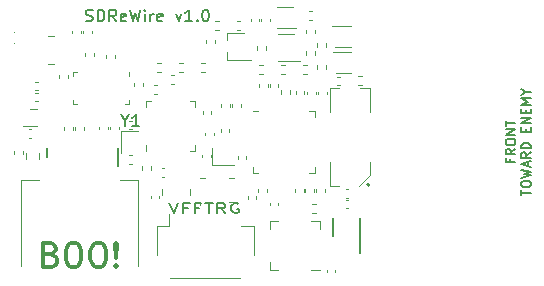
<source format=gbr>
G04 #@! TF.GenerationSoftware,KiCad,Pcbnew,5.99.0-unknown-r23941-4f651901*
G04 #@! TF.CreationDate,2020-11-30T00:39:06+01:00*
G04 #@! TF.ProjectId,sdrewire,73647265-7769-4726-952e-6b696361645f,rev?*
G04 #@! TF.SameCoordinates,PX70d1d60PY66b5f20*
G04 #@! TF.FileFunction,Legend,Top*
G04 #@! TF.FilePolarity,Positive*
%FSLAX46Y46*%
G04 Gerber Fmt 4.6, Leading zero omitted, Abs format (unit mm)*
G04 Created by KiCad (PCBNEW 5.99.0-unknown-r23941-4f651901) date 2020-11-30 00:39:06*
%MOMM*%
%LPD*%
G01*
G04 APERTURE LIST*
%ADD10C,0.300000*%
%ADD11C,0.150000*%
%ADD12C,0.120000*%
%ADD13C,0.100000*%
%ADD14C,0.200000*%
G04 APERTURE END LIST*
D10*
X3551428Y2472858D02*
X3837142Y2377620D01*
X3932380Y2282381D01*
X4027619Y2091905D01*
X4027619Y1806191D01*
X3932380Y1615715D01*
X3837142Y1520477D01*
X3646666Y1425239D01*
X2884761Y1425239D01*
X2884761Y3425239D01*
X3551428Y3425239D01*
X3741904Y3330000D01*
X3837142Y3234762D01*
X3932380Y3044286D01*
X3932380Y2853810D01*
X3837142Y2663334D01*
X3741904Y2568096D01*
X3551428Y2472858D01*
X2884761Y2472858D01*
X5265714Y3425239D02*
X5646666Y3425239D01*
X5837142Y3330000D01*
X6027619Y3139524D01*
X6122857Y2758572D01*
X6122857Y2091905D01*
X6027619Y1710953D01*
X5837142Y1520477D01*
X5646666Y1425239D01*
X5265714Y1425239D01*
X5075238Y1520477D01*
X4884761Y1710953D01*
X4789523Y2091905D01*
X4789523Y2758572D01*
X4884761Y3139524D01*
X5075238Y3330000D01*
X5265714Y3425239D01*
X7360952Y3425239D02*
X7741904Y3425239D01*
X7932380Y3330000D01*
X8122857Y3139524D01*
X8218095Y2758572D01*
X8218095Y2091905D01*
X8122857Y1710953D01*
X7932380Y1520477D01*
X7741904Y1425239D01*
X7360952Y1425239D01*
X7170476Y1520477D01*
X6980000Y1710953D01*
X6884761Y2091905D01*
X6884761Y2758572D01*
X6980000Y3139524D01*
X7170476Y3330000D01*
X7360952Y3425239D01*
X9075238Y1615715D02*
X9170476Y1520477D01*
X9075238Y1425239D01*
X8980000Y1520477D01*
X9075238Y1615715D01*
X9075238Y1425239D01*
X9075238Y2187143D02*
X8980000Y3330000D01*
X9075238Y3425239D01*
X9170476Y3330000D01*
X9075238Y2187143D01*
X9075238Y3425239D01*
D11*
X6495714Y22245239D02*
X6638571Y22197620D01*
X6876666Y22197620D01*
X6971904Y22245239D01*
X7019523Y22292858D01*
X7067142Y22388096D01*
X7067142Y22483334D01*
X7019523Y22578572D01*
X6971904Y22626191D01*
X6876666Y22673810D01*
X6686190Y22721429D01*
X6590952Y22769048D01*
X6543333Y22816667D01*
X6495714Y22911905D01*
X6495714Y23007143D01*
X6543333Y23102381D01*
X6590952Y23150000D01*
X6686190Y23197620D01*
X6924285Y23197620D01*
X7067142Y23150000D01*
X7495714Y22197620D02*
X7495714Y23197620D01*
X7733809Y23197620D01*
X7876666Y23150000D01*
X7971904Y23054762D01*
X8019523Y22959524D01*
X8067142Y22769048D01*
X8067142Y22626191D01*
X8019523Y22435715D01*
X7971904Y22340477D01*
X7876666Y22245239D01*
X7733809Y22197620D01*
X7495714Y22197620D01*
X9067142Y22197620D02*
X8733809Y22673810D01*
X8495714Y22197620D02*
X8495714Y23197620D01*
X8876666Y23197620D01*
X8971904Y23150000D01*
X9019523Y23102381D01*
X9067142Y23007143D01*
X9067142Y22864286D01*
X9019523Y22769048D01*
X8971904Y22721429D01*
X8876666Y22673810D01*
X8495714Y22673810D01*
X9876666Y22245239D02*
X9781428Y22197620D01*
X9590952Y22197620D01*
X9495714Y22245239D01*
X9448095Y22340477D01*
X9448095Y22721429D01*
X9495714Y22816667D01*
X9590952Y22864286D01*
X9781428Y22864286D01*
X9876666Y22816667D01*
X9924285Y22721429D01*
X9924285Y22626191D01*
X9448095Y22530953D01*
X10257619Y23197620D02*
X10495714Y22197620D01*
X10686190Y22911905D01*
X10876666Y22197620D01*
X11114761Y23197620D01*
X11495714Y22197620D02*
X11495714Y22864286D01*
X11495714Y23197620D02*
X11448095Y23150000D01*
X11495714Y23102381D01*
X11543333Y23150000D01*
X11495714Y23197620D01*
X11495714Y23102381D01*
X11971904Y22197620D02*
X11971904Y22864286D01*
X11971904Y22673810D02*
X12019523Y22769048D01*
X12067142Y22816667D01*
X12162380Y22864286D01*
X12257619Y22864286D01*
X12971904Y22245239D02*
X12876666Y22197620D01*
X12686190Y22197620D01*
X12590952Y22245239D01*
X12543333Y22340477D01*
X12543333Y22721429D01*
X12590952Y22816667D01*
X12686190Y22864286D01*
X12876666Y22864286D01*
X12971904Y22816667D01*
X13019523Y22721429D01*
X13019523Y22626191D01*
X12543333Y22530953D01*
X14114761Y22864286D02*
X14352857Y22197620D01*
X14590952Y22864286D01*
X15495714Y22197620D02*
X14924285Y22197620D01*
X15210000Y22197620D02*
X15210000Y23197620D01*
X15114761Y23054762D01*
X15019523Y22959524D01*
X14924285Y22911905D01*
X15924285Y22292858D02*
X15971904Y22245239D01*
X15924285Y22197620D01*
X15876666Y22245239D01*
X15924285Y22292858D01*
X15924285Y22197620D01*
X16590952Y23197620D02*
X16686190Y23197620D01*
X16781428Y23150000D01*
X16829047Y23102381D01*
X16876666Y23007143D01*
X16924285Y22816667D01*
X16924285Y22578572D01*
X16876666Y22388096D01*
X16829047Y22292858D01*
X16781428Y22245239D01*
X16686190Y22197620D01*
X16590952Y22197620D01*
X16495714Y22245239D01*
X16448095Y22292858D01*
X16400476Y22388096D01*
X16352857Y22578572D01*
X16352857Y22816667D01*
X16400476Y23007143D01*
X16448095Y23102381D01*
X16495714Y23150000D01*
X16590952Y23197620D01*
X13548571Y6808096D02*
X13940238Y6008096D01*
X14331904Y6808096D01*
X15115238Y6427143D02*
X14723571Y6427143D01*
X14723571Y6008096D02*
X14723571Y6808096D01*
X15283095Y6808096D01*
X16122380Y6427143D02*
X15730714Y6427143D01*
X15730714Y6008096D02*
X15730714Y6808096D01*
X16290238Y6808096D01*
X16570000Y6808096D02*
X17241428Y6808096D01*
X16905714Y6008096D02*
X16905714Y6808096D01*
X18304523Y6008096D02*
X17912857Y6389048D01*
X17633095Y6008096D02*
X17633095Y6808096D01*
X18080714Y6808096D01*
X18192619Y6770000D01*
X18248571Y6731905D01*
X18304523Y6655715D01*
X18304523Y6541429D01*
X18248571Y6465239D01*
X18192619Y6427143D01*
X18080714Y6389048D01*
X17633095Y6389048D01*
X19423571Y6770000D02*
X19311666Y6808096D01*
X19143809Y6808096D01*
X18975952Y6770000D01*
X18864047Y6693810D01*
X18808095Y6617620D01*
X18752142Y6465239D01*
X18752142Y6350953D01*
X18808095Y6198572D01*
X18864047Y6122381D01*
X18975952Y6046191D01*
X19143809Y6008096D01*
X19255714Y6008096D01*
X19423571Y6046191D01*
X19479523Y6084286D01*
X19479523Y6350953D01*
X19255714Y6350953D01*
X42448857Y10551429D02*
X42448857Y10284762D01*
X42867904Y10284762D02*
X42067904Y10284762D01*
X42067904Y10665715D01*
X42867904Y11427620D02*
X42486952Y11160953D01*
X42867904Y10970477D02*
X42067904Y10970477D01*
X42067904Y11275239D01*
X42106000Y11351429D01*
X42144095Y11389524D01*
X42220285Y11427620D01*
X42334571Y11427620D01*
X42410761Y11389524D01*
X42448857Y11351429D01*
X42486952Y11275239D01*
X42486952Y10970477D01*
X42067904Y11922858D02*
X42067904Y12075239D01*
X42106000Y12151429D01*
X42182190Y12227620D01*
X42334571Y12265715D01*
X42601238Y12265715D01*
X42753619Y12227620D01*
X42829809Y12151429D01*
X42867904Y12075239D01*
X42867904Y11922858D01*
X42829809Y11846667D01*
X42753619Y11770477D01*
X42601238Y11732381D01*
X42334571Y11732381D01*
X42182190Y11770477D01*
X42106000Y11846667D01*
X42067904Y11922858D01*
X42867904Y12608572D02*
X42067904Y12608572D01*
X42867904Y13065715D01*
X42067904Y13065715D01*
X42067904Y13332381D02*
X42067904Y13789524D01*
X42867904Y13560953D02*
X42067904Y13560953D01*
X43355904Y7484762D02*
X43355904Y7941905D01*
X44155904Y7713334D02*
X43355904Y7713334D01*
X43355904Y8360953D02*
X43355904Y8513334D01*
X43394000Y8589524D01*
X43470190Y8665715D01*
X43622571Y8703810D01*
X43889238Y8703810D01*
X44041619Y8665715D01*
X44117809Y8589524D01*
X44155904Y8513334D01*
X44155904Y8360953D01*
X44117809Y8284762D01*
X44041619Y8208572D01*
X43889238Y8170477D01*
X43622571Y8170477D01*
X43470190Y8208572D01*
X43394000Y8284762D01*
X43355904Y8360953D01*
X43355904Y8970477D02*
X44155904Y9160953D01*
X43584476Y9313334D01*
X44155904Y9465715D01*
X43355904Y9656191D01*
X43927333Y9922858D02*
X43927333Y10303810D01*
X44155904Y9846667D02*
X43355904Y10113334D01*
X44155904Y10380000D01*
X44155904Y11103810D02*
X43774952Y10837143D01*
X44155904Y10646667D02*
X43355904Y10646667D01*
X43355904Y10951429D01*
X43394000Y11027620D01*
X43432095Y11065715D01*
X43508285Y11103810D01*
X43622571Y11103810D01*
X43698761Y11065715D01*
X43736857Y11027620D01*
X43774952Y10951429D01*
X43774952Y10646667D01*
X44155904Y11446667D02*
X43355904Y11446667D01*
X43355904Y11637143D01*
X43394000Y11751429D01*
X43470190Y11827620D01*
X43546380Y11865715D01*
X43698761Y11903810D01*
X43813047Y11903810D01*
X43965428Y11865715D01*
X44041619Y11827620D01*
X44117809Y11751429D01*
X44155904Y11637143D01*
X44155904Y11446667D01*
X43736857Y12856191D02*
X43736857Y13122858D01*
X44155904Y13237143D02*
X44155904Y12856191D01*
X43355904Y12856191D01*
X43355904Y13237143D01*
X44155904Y13580000D02*
X43355904Y13580000D01*
X44155904Y14037143D01*
X43355904Y14037143D01*
X43736857Y14418096D02*
X43736857Y14684762D01*
X44155904Y14799048D02*
X44155904Y14418096D01*
X43355904Y14418096D01*
X43355904Y14799048D01*
X44155904Y15141905D02*
X43355904Y15141905D01*
X43927333Y15408572D01*
X43355904Y15675239D01*
X44155904Y15675239D01*
X43774952Y16208572D02*
X44155904Y16208572D01*
X43355904Y15941905D02*
X43774952Y16208572D01*
X43355904Y16475239D01*
G04 #@! TO.C,Y1*
X9818809Y13808810D02*
X9818809Y13332620D01*
X9485476Y14332620D02*
X9818809Y13808810D01*
X10152142Y14332620D01*
X11009285Y13332620D02*
X10437857Y13332620D01*
X10723571Y13332620D02*
X10723571Y14332620D01*
X10628333Y14189762D01*
X10533095Y14094524D01*
X10437857Y14046905D01*
D12*
G04 #@! TO.C,R11*
X17446359Y21480000D02*
X17753641Y21480000D01*
X17446359Y22240000D02*
X17753641Y22240000D01*
G04 #@! TO.C,C40*
X22090000Y22202164D02*
X22090000Y22417836D01*
X21370000Y22202164D02*
X21370000Y22417836D01*
G04 #@! TO.C,J2*
X12490000Y2405000D02*
X12490000Y4905000D01*
X20710000Y4905000D02*
X19660000Y4905000D01*
X20710000Y2405000D02*
X20710000Y4905000D01*
X13540000Y4905000D02*
X13540000Y5895000D01*
X13660000Y435000D02*
X19540000Y435000D01*
X12490000Y4905000D02*
X13540000Y4905000D01*
G04 #@! TO.C,U4*
X11560000Y11695000D02*
X11560000Y11220000D01*
X15780000Y14965000D02*
X15780000Y15440000D01*
X15780000Y11695000D02*
X15780000Y11220000D01*
X11560000Y15440000D02*
X12035000Y15440000D01*
X15780000Y11220000D02*
X15305000Y11220000D01*
X11560000Y14965000D02*
X11560000Y15440000D01*
X15780000Y15440000D02*
X15305000Y15440000D01*
G04 #@! TO.C,C51*
X22810000Y16867836D02*
X22810000Y16652164D01*
X22090000Y16867836D02*
X22090000Y16652164D01*
G04 #@! TO.C,C6*
X8370000Y13072164D02*
X8370000Y13287836D01*
X7650000Y13072164D02*
X7650000Y13287836D01*
G04 #@! TO.C,C38*
X20210000Y7417836D02*
X20210000Y7202164D01*
X20930000Y7417836D02*
X20930000Y7202164D01*
G04 #@! TO.C,U2*
X10130000Y17540000D02*
X10130000Y17890000D01*
X5430000Y17540000D02*
X5430000Y17890000D01*
X10130000Y15540000D02*
X10130000Y15190000D01*
X10130000Y15190000D02*
X9780000Y15190000D01*
X5780000Y15190000D02*
X5430000Y15190000D01*
X5430000Y15190000D02*
X5430000Y15540000D01*
X5430000Y17890000D02*
X5780000Y17890000D01*
G04 #@! TO.C,C42*
X19547836Y22210000D02*
X19332164Y22210000D01*
X19547836Y21490000D02*
X19332164Y21490000D01*
G04 #@! TO.C,R10*
X29546359Y17550000D02*
X29853641Y17550000D01*
X29546359Y16790000D02*
X29853641Y16790000D01*
G04 #@! TO.C,Q2*
X18460000Y18930000D02*
X20490000Y18930000D01*
X18460000Y20590000D02*
X18460000Y21250000D01*
X19870000Y21250000D02*
X18460000Y21250000D01*
X18460000Y18930000D02*
X18460000Y19590000D01*
G04 #@! TO.C,C8*
X6310455Y13041818D02*
X6310455Y13257490D01*
X5590455Y13041818D02*
X5590455Y13257490D01*
G04 #@! TO.C,C10*
X2212164Y16380000D02*
X2427836Y16380000D01*
X2212164Y17100000D02*
X2427836Y17100000D01*
G04 #@! TO.C,R1*
X12853641Y18640000D02*
X12546359Y18640000D01*
X12853641Y17880000D02*
X12546359Y17880000D01*
G04 #@! TO.C,R6*
X8180000Y19373641D02*
X8180000Y19066359D01*
X8940000Y19373641D02*
X8940000Y19066359D01*
G04 #@! TO.C,Y2*
X17220000Y10000000D02*
X19070000Y10000000D01*
X17220000Y11450000D02*
X17220000Y10000000D01*
G04 #@! TO.C,R24*
X24906359Y18500000D02*
X25213641Y18500000D01*
X24906359Y17740000D02*
X25213641Y17740000D01*
G04 #@! TO.C,Q1*
X27400000Y19630000D02*
X28950000Y19630000D01*
X28950000Y17830000D02*
X27650000Y17830000D01*
G04 #@! TO.C,R9*
X25376359Y23120000D02*
X25683641Y23120000D01*
X25376359Y22360000D02*
X25683641Y22360000D01*
G04 #@! TO.C,C37*
X22060000Y6857836D02*
X22060000Y6642164D01*
X22780000Y6857836D02*
X22780000Y6642164D01*
G04 #@! TO.C,C44*
X25150000Y21252164D02*
X25150000Y21467836D01*
X25870000Y21252164D02*
X25870000Y21467836D01*
G04 #@! TO.C,R3*
X12030000Y9656359D02*
X12030000Y9963641D01*
X11270000Y9656359D02*
X11270000Y9963641D01*
G04 #@! TO.C,C9*
X9290000Y13072164D02*
X9290000Y13287836D01*
X8570000Y13072164D02*
X8570000Y13287836D01*
D13*
G04 #@! TO.C,D1*
X485000Y21270000D02*
G75*
G03*
X485000Y21270000I-50000J0D01*
G01*
D12*
G04 #@! TO.C,C50*
X21170000Y16867836D02*
X21170000Y16652164D01*
X21890000Y16867836D02*
X21890000Y16652164D01*
G04 #@! TO.C,C7*
X2212164Y16180000D02*
X2427836Y16180000D01*
X2212164Y15460000D02*
X2427836Y15460000D01*
G04 #@! TO.C,C57*
X28492164Y6370000D02*
X28707836Y6370000D01*
X28492164Y7090000D02*
X28707836Y7090000D01*
G04 #@! TO.C,C55*
X24990000Y16092164D02*
X24990000Y16307836D01*
X24270000Y16092164D02*
X24270000Y16307836D01*
G04 #@! TO.C,RN1*
X3775000Y18600000D02*
X3275000Y18600000D01*
X3775000Y20960000D02*
X3275000Y20960000D01*
G04 #@! TO.C,C46*
X28007836Y17520000D02*
X27792164Y17520000D01*
X28007836Y16800000D02*
X27792164Y16800000D01*
G04 #@! TO.C,U1*
X1780000Y14790000D02*
X2380000Y14790000D01*
X1180000Y13370000D02*
X2380000Y13370000D01*
G04 #@! TO.C,R8*
X12246359Y16050000D02*
X12553641Y16050000D01*
X12246359Y16810000D02*
X12553641Y16810000D01*
G04 #@! TO.C,R29*
X21750000Y20123641D02*
X21750000Y19816359D01*
X20990000Y20123641D02*
X20990000Y19816359D01*
G04 #@! TO.C,Q3*
X28930000Y20020000D02*
X27630000Y20020000D01*
X27380000Y21820000D02*
X28930000Y21820000D01*
G04 #@! TO.C,R2*
X13983641Y17690000D02*
X13676359Y17690000D01*
X13983641Y16930000D02*
X13676359Y16930000D01*
G04 #@! TO.C,R31*
X21870000Y7736359D02*
X21870000Y8043641D01*
X21110000Y7736359D02*
X21110000Y8043641D01*
G04 #@! TO.C,R37*
X23046359Y18520000D02*
X23353641Y18520000D01*
X23046359Y17760000D02*
X23353641Y17760000D01*
G04 #@! TO.C,C49*
X25950000Y16257836D02*
X25950000Y16042164D01*
X25230000Y16257836D02*
X25230000Y16042164D01*
D13*
G04 #@! TO.C,D2*
X480000Y20320000D02*
G75*
G03*
X480000Y20320000I-50000J0D01*
G01*
D12*
G04 #@! TO.C,C45*
X17400000Y20372164D02*
X17400000Y20587836D01*
X16680000Y20372164D02*
X16680000Y20587836D01*
G04 #@! TO.C,C19*
X20080000Y10592164D02*
X20080000Y10807836D01*
X19360000Y10592164D02*
X19360000Y10807836D01*
G04 #@! TO.C,C3*
X1672164Y13080000D02*
X1887836Y13080000D01*
X1672164Y12360000D02*
X1887836Y12360000D01*
G04 #@! TO.C,C2*
X1150000Y11012164D02*
X1150000Y11227836D01*
X430000Y11012164D02*
X430000Y11227836D01*
G04 #@! TO.C,R28*
X25900000Y19366359D02*
X25900000Y19673641D01*
X25140000Y19366359D02*
X25140000Y19673641D01*
G04 #@! TO.C,U14*
X25860000Y9395000D02*
X25860000Y9870000D01*
X21115000Y14615000D02*
X20640000Y14615000D01*
X25860000Y14615000D02*
X25860000Y14140000D01*
X21115000Y9395000D02*
X20640000Y9395000D01*
X25385000Y14615000D02*
X25860000Y14615000D01*
X25385000Y9395000D02*
X25860000Y9395000D01*
X20640000Y9395000D02*
X20640000Y9870000D01*
G04 #@! TO.C,C11*
X18880000Y15177836D02*
X18880000Y14962164D01*
X19600000Y15177836D02*
X19600000Y14962164D01*
G04 #@! TO.C,U12*
X27955000Y16575000D02*
X27180000Y16575000D01*
X27180000Y8235000D02*
X27180000Y10260000D01*
X29600000Y8235000D02*
X30520000Y9155000D01*
X29745000Y16575000D02*
X30520000Y16575000D01*
X27955000Y8235000D02*
X27180000Y8235000D01*
X27180000Y8235000D02*
X27180000Y10260000D01*
X27955000Y8235000D02*
X27180000Y8235000D01*
X27180000Y8235000D02*
X27180000Y10260000D01*
X30520000Y9155000D02*
X30520000Y10260000D01*
X27180000Y16575000D02*
X27180000Y14550000D01*
X27955000Y8235000D02*
X27180000Y8235000D01*
X30520000Y16575000D02*
X30520000Y14550000D01*
D14*
X30500000Y8355000D02*
G75*
G03*
X30500000Y8355000I-100000J0D01*
G01*
D12*
G04 #@! TO.C,C21*
X7150000Y19507836D02*
X7150000Y19292164D01*
X6430000Y19507836D02*
X6430000Y19292164D01*
G04 #@! TO.C,U7*
X22795000Y5330000D02*
X22070000Y5330000D01*
X22070000Y5330000D02*
X22070000Y4605000D01*
X22795000Y1110000D02*
X22070000Y1110000D01*
X25565000Y1110000D02*
X26290000Y1110000D01*
X22070000Y1110000D02*
X22070000Y1835000D01*
X26290000Y5330000D02*
X26290000Y4605000D01*
X25565000Y5330000D02*
X26290000Y5330000D01*
D11*
G04 #@! TO.C,U3*
X9230000Y11440000D02*
X9230000Y9940000D01*
X3230000Y11440000D02*
X3230000Y10690000D01*
D12*
G04 #@! TO.C,C62*
X11990000Y7222164D02*
X11990000Y7437836D01*
X12710000Y7222164D02*
X12710000Y7437836D01*
G04 #@! TO.C,U5*
X19050000Y6880000D02*
X18600000Y6880000D01*
X16150000Y8980000D02*
X16600000Y8980000D01*
X16150000Y8930000D02*
X16150000Y8980000D01*
X16150000Y6930000D02*
X16150000Y6680000D01*
X19050000Y8980000D02*
X18600000Y8980000D01*
X19050000Y8930000D02*
X19050000Y8980000D01*
X19050000Y6930000D02*
X19050000Y6880000D01*
G04 #@! TO.C,C53*
X26735000Y7772164D02*
X26735000Y7987836D01*
X26015000Y7772164D02*
X26015000Y7987836D01*
G04 #@! TO.C,C52*
X17910000Y13057836D02*
X17910000Y12842164D01*
X18630000Y13057836D02*
X18630000Y12842164D01*
G04 #@! TO.C,C16*
X16380000Y14597836D02*
X16380000Y14382164D01*
X17100000Y14597836D02*
X17100000Y14382164D01*
G04 #@! TO.C,C13*
X18675000Y15177836D02*
X18675000Y14962164D01*
X17955000Y15177836D02*
X17955000Y14962164D01*
G04 #@! TO.C,R4*
X16573641Y17920000D02*
X16266359Y17920000D01*
X16573641Y18680000D02*
X16266359Y18680000D01*
G04 #@! TO.C,FB2*
X2512500Y10542742D02*
X2512500Y11017258D01*
X1467500Y10542742D02*
X1467500Y11017258D01*
G04 #@! TO.C,C4*
X10172164Y13050000D02*
X10387836Y13050000D01*
X10172164Y13770000D02*
X10387836Y13770000D01*
G04 #@! TO.C,C20*
X16340000Y10897836D02*
X16340000Y10682164D01*
X17060000Y10897836D02*
X17060000Y10682164D01*
G04 #@! TO.C,R30*
X21176359Y18520000D02*
X21483641Y18520000D01*
X21176359Y17760000D02*
X21483641Y17760000D01*
D13*
G04 #@! TO.C,D3*
X480000Y18430000D02*
G75*
G03*
X480000Y18430000I-50000J0D01*
G01*
D12*
G04 #@! TO.C,Y1*
X9470000Y12910000D02*
X9470000Y11060000D01*
X10920000Y12910000D02*
X9470000Y12910000D01*
G04 #@! TO.C,C18*
X12922164Y9050000D02*
X13137836Y9050000D01*
X12922164Y9770000D02*
X13137836Y9770000D01*
G04 #@! TO.C,C47*
X25090000Y7772164D02*
X25090000Y7987836D01*
X25810000Y7772164D02*
X25810000Y7987836D01*
G04 #@! TO.C,C15*
X10397836Y10130000D02*
X10182164Y10130000D01*
X10397836Y10850000D02*
X10182164Y10850000D01*
G04 #@! TO.C,C14*
X6090000Y21212164D02*
X6090000Y21427836D01*
X5370000Y21212164D02*
X5370000Y21427836D01*
G04 #@! TO.C,C56*
X26890000Y16012164D02*
X26890000Y16227836D01*
X26170000Y16012164D02*
X26170000Y16227836D01*
G04 #@! TO.C,C12*
X6990000Y21212164D02*
X6990000Y21427836D01*
X6270000Y21212164D02*
X6270000Y21427836D01*
G04 #@! TO.C,J1*
X9400000Y8740000D02*
X10900000Y8740000D01*
X1000000Y8740000D02*
X1000000Y1480000D01*
X1000000Y8740000D02*
X2500000Y8740000D01*
X10900000Y8740000D02*
X10900000Y1480000D01*
G04 #@! TO.C,U11*
X24270000Y21600000D02*
X22720000Y21600000D01*
X22720000Y23400000D02*
X24020000Y23400000D01*
G04 #@! TO.C,R7*
X4190000Y17673641D02*
X4190000Y17366359D01*
X4950000Y17673641D02*
X4950000Y17366359D01*
G04 #@! TO.C,C54*
X24250000Y7762164D02*
X24250000Y7977836D01*
X24970000Y7762164D02*
X24970000Y7977836D01*
G04 #@! TO.C,R12*
X25676359Y5980000D02*
X25983641Y5980000D01*
X25676359Y6740000D02*
X25983641Y6740000D01*
G04 #@! TO.C,R26*
X26080000Y18473641D02*
X26080000Y18166359D01*
X26840000Y18473641D02*
X26840000Y18166359D01*
G04 #@! TO.C,R25*
X26070000Y20026359D02*
X26070000Y20333641D01*
X26830000Y20026359D02*
X26830000Y20333641D01*
D13*
G04 #@! TO.C,D4*
X480000Y19370000D02*
G75*
G03*
X480000Y19370000I-50000J0D01*
G01*
D12*
G04 #@! TO.C,R5*
X14416359Y18680000D02*
X14723641Y18680000D01*
X14416359Y17920000D02*
X14723641Y17920000D01*
G04 #@! TO.C,C17*
X17324667Y12767371D02*
X17324667Y12551699D01*
X16604667Y12767371D02*
X16604667Y12551699D01*
G04 #@! TO.C,C43*
X20450000Y22192164D02*
X20450000Y22407836D01*
X21170000Y22192164D02*
X21170000Y22407836D01*
G04 #@! TO.C,C39*
X26910000Y942164D02*
X26910000Y1157836D01*
X27630000Y942164D02*
X27630000Y1157836D01*
D11*
G04 #@! TO.C,U15*
X27445000Y4050000D02*
X27445000Y5550000D01*
X29695000Y2550000D02*
X29695000Y5550000D01*
D12*
G04 #@! TO.C,U13*
X22740000Y18840000D02*
X24640000Y18840000D01*
X24140000Y21160000D02*
X22740000Y21160000D01*
G04 #@! TO.C,RN2*
X15340000Y7990000D02*
X15340000Y7490000D01*
X12980000Y7990000D02*
X12980000Y7490000D01*
G04 #@! TO.C,C1*
X11330000Y16967836D02*
X11330000Y16752164D01*
X10610000Y16967836D02*
X10610000Y16752164D01*
G04 #@! TO.C,R39*
X23770000Y16363641D02*
X23770000Y16056359D01*
X23010000Y16363641D02*
X23010000Y16056359D01*
G04 #@! TO.C,C41*
X28492164Y7280000D02*
X28707836Y7280000D01*
X28492164Y8000000D02*
X28707836Y8000000D01*
G04 #@! TO.C,C5*
X5380001Y13042163D02*
X5380001Y13257835D01*
X4660001Y13042163D02*
X4660001Y13257835D01*
G04 #@! TD*
M02*

</source>
